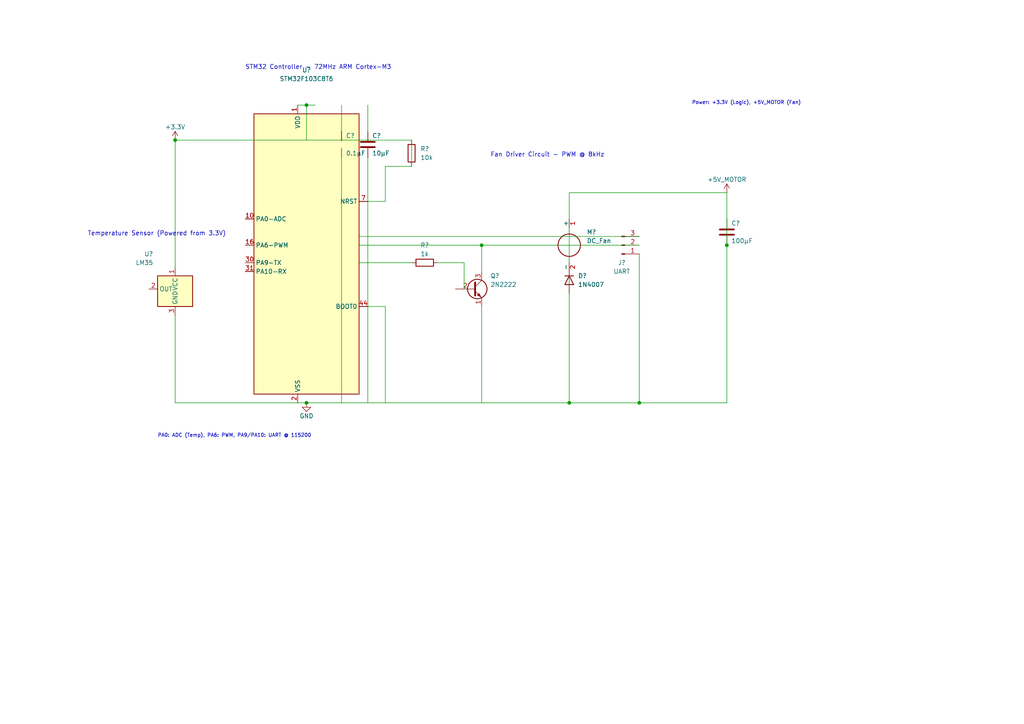
<source format=kicad_sch>
(kicad_sch (version 20250114) (generator "eeschema") (generator_version "9.0")
  (paper "A4")
  (title_block (title "STM32F103C8 Fan Control System - Rev 2.0") (date "2025-11-07") (rev "2.0") (company "Real-Time Systems Project") (comment 1 "Temperature-controlled DC fan using PWM") (comment 2 "LM35 powered from 3.3V - Proper electrical design") (comment 3 "Decoupling caps, NRST pull-up, BOOT0 grounded") (comment 4 "UART header, +5V_MOTOR isolated rail"))
  (lib_symbols
    (symbol "Connector:Conn_01x03_Pin" (pin_names (offset 1.016) (hide yes))
      (property "Reference" "J" (at 0 5.08 0))
      (property "Value" "UART" (at 0 -5.08 0))
      (symbol "Conn_01x03_Pin_1_1"
        (rectangle (start 0.8636 2.667) (end 0 2.413) (stroke (width 0.1524)) (fill (type outline)))
        (rectangle (start 0.8636 0.127) (end 0 -0.127) (stroke (width 0.1524)) (fill (type outline)))
        (rectangle (start 0.8636 -2.413) (end 0 -2.667) (stroke (width 0.1524)) (fill (type outline)))
        (polyline (pts (xy 1.27 2.54) (xy 0.8636 2.54)) (stroke (width 0.1524)))
        (polyline (pts (xy 1.27 0) (xy 0.8636 0)) (stroke (width 0.1524)))
        (polyline (pts (xy 1.27 -2.54) (xy 0.8636 -2.54)) (stroke (width 0.1524)))
        (pin passive line (at 5.08 2.54 180) (length 3.81) (name "Pin_1") (number "1"))
        (pin passive line (at 5.08 0 180) (length 3.81) (name "Pin_2") (number "2"))
        (pin passive line (at 5.08 -2.54 180) (length 3.81) (name "Pin_3") (number "3"))
      )
    )
    (symbol "Device:C" (pin_numbers (hide yes)) (pin_names (offset 0.254))
      (property "Reference" "C" (at 0.635 2.54 0))
      (property "Value" "C" (at 0.635 -2.54 0))
      (symbol "C_0_1"
        (polyline (pts (xy -2.032 0.762) (xy 2.032 0.762)) (stroke (width 0.508)))
        (polyline (pts (xy -2.032 -0.762) (xy 2.032 -0.762)) (stroke (width 0.508)))
      )
      (symbol "C_1_1"
        (pin passive line (at 0 3.81 270) (length 2.794) (name "~") (number "1"))
        (pin passive line (at 0 -3.81 90) (length 2.794) (name "~") (number "2"))
      )
    )
    (symbol "Device:R" (pin_numbers (hide yes)) (pin_names (offset 0))
      (property "Reference" "R" (at 2.032 0 90))
      (property "Value" "R" (at 0 0 90))
      (symbol "R_0_1"
        (rectangle (start -1.016 -2.54) (end 1.016 2.54) (stroke (width 0.254)))
      )
      (symbol "R_1_1"
        (pin passive line (at 0 3.81 270) (length 1.27) (name "~") (number "1"))
        (pin passive line (at 0 -3.81 90) (length 1.27) (name "~") (number "2"))
      )
    )
    (symbol "Diode:1N4007" (pin_numbers (hide yes)) (pin_names (offset 1.016) (hide yes))
      (property "Reference" "D" (at 0 2.54 0))
      (property "Value" "1N4007" (at 0 -2.54 0))
      (symbol "1N4007_0_1"
        (polyline (pts (xy -1.27 1.27) (xy -1.27 -1.27)) (stroke (width 0.254)))
        (polyline (pts (xy 1.27 1.27) (xy 1.27 -1.27) (xy -1.27 0) (xy 1.27 1.27)) (stroke (width 0.254)))
        (polyline (pts (xy 1.27 0) (xy -1.27 0)))
      )
      (symbol "1N4007_1_1"
        (pin passive line (at -3.81 0 0) (length 2.54) (name "K") (number "1"))
        (pin passive line (at 3.81 0 180) (length 2.54) (name "A") (number "2"))
      )
    )
    (symbol "MCU_ST_STM32F1:STM32F103C8Tx"
      (property "Reference" "U1" (at 0 2.54 0))
      (property "Value" "STM32F103C8T6" (at 0 0 0))
      (symbol "STM32F103C8Tx_0_1"
        (rectangle (start -15.24 40.64) (end 15.24 -40.64) (stroke (width 0.254)) (fill (type background)))
      )
      (symbol "STM32F103C8Tx_1_1"
        (pin bidirectional line (at -17.78 10.16 0) (length 2.54) (name "PA0-ADC") (number "10"))
        (pin bidirectional line (at -17.78 2.54 0) (length 2.54) (name "PA6-PWM") (number "16"))
        (pin bidirectional line (at -17.78 -2.54 0) (length 2.54) (name "PA9-TX") (number "30"))
        (pin bidirectional line (at -17.78 -5.08 0) (length 2.54) (name "PA10-RX") (number "31"))
        (pin power_in line (at -2.54 43.18 270) (length 2.54) (name "VDD") (number "1"))
        (pin power_in line (at -2.54 -43.18 90) (length 2.54) (name "VSS") (number "2"))
        (pin input line (at 17.78 15.24 180) (length 2.54) (name "NRST") (number "7"))
        (pin input line (at 17.78 -15.24 180) (length 2.54) (name "BOOT0") (number "44"))
      )
    )
    (symbol "Motor:Motor_DC" (pin_names (offset 0))
      (property "Reference" "M1" (at 2.54 3.81 0))
      (property "Value" "DC_Fan" (at 2.54 1.905 0))
      (symbol "Motor_DC_0_1"
        (polyline (pts (xy 0 5.08) (xy 0 3.2)))
        (circle (center 0 0) (radius 3.2512) (stroke (width 0.254)))
        (polyline (pts (xy 0 -5.08) (xy 0 -3.2)))
      )
      (symbol "Motor_DC_1_1"
        (pin passive line (at 0 7.62 270) (length 2.54) (name "+") (number "1"))
        (pin passive line (at 0 -7.62 90) (length 2.54) (name "-") (number "2"))
      )
    )
    (symbol "Sensor_Temperature:LM35"
      (property "Reference" "U2" (at 0 5.08 0))
      (property "Value" "LM35" (at 0 2.54 0))
      (symbol "LM35_0_1"
        (rectangle (start -5.08 1.27) (end 5.08 -7.62) (stroke (width 0.254)) (fill (type background)))
      )
      (symbol "LM35_1_1"
        (pin power_in line (at 0 3.81 270) (length 2.54) (name "VCC") (number "1"))
        (pin power_in line (at 0 -10.16 90) (length 2.54) (name "GND") (number "3"))
        (pin output line (at 7.62 -2.54 180) (length 2.54) (name "OUT") (number "2"))
      )
    )
    (symbol "Transistor_BJT:2N2222" (pin_names (offset 0) (hide yes))
      (property "Reference" "Q1" (at 5.08 1.905 0))
      (property "Value" "2N2222" (at 5.08 0 0))
      (symbol "2N2222_0_1"
        (polyline (pts (xy 0.635 1.905) (xy 0.635 -1.905) (xy 0.635 -1.905)) (stroke (width 0.508)))
        (polyline (pts (xy 0.635 0.635) (xy 2.54 2.54)))
        (polyline (pts (xy 0.635 -0.635) (xy 2.54 -2.54) (xy 2.54 -2.54)))
        (circle (center 1.27 0) (radius 2.8194) (stroke (width 0.254)))
        (polyline (pts (xy 1.27 -1.778) (xy 1.778 -1.27) (xy 2.286 -2.286) (xy 1.27 -1.778) (xy 1.27 -1.778)) (fill (type outline)))
      )
      (symbol "2N2222_1_1"
        (pin input line (at -5.08 0 0) (length 5.715) (name "B") (number "2"))
        (pin passive line (at 2.54 5.08 270) (length 2.54) (name "C") (number "3"))
        (pin passive line (at 2.54 -5.08 90) (length 2.54) (name "E") (number "1"))
      )
    )
    (symbol "power:+3.3V" (power) (pin_names (offset 0))
      (property "Value" "+3.3V" (at 0 3.556 0))
      (symbol "+3.3V_0_1"
        (polyline (pts (xy -0.762 1.27) (xy 0 2.54)))
        (polyline (pts (xy 0 2.54) (xy 0.762 1.27)))
        (polyline (pts (xy 0 0) (xy 0 2.54)))
      )
      (symbol "+3.3V_1_1"
        (pin power_in line (at 0 0 90) (length 0) (hide yes) (name "+3.3V") (number "1"))
      )
    )
    (symbol "power:+5V_MOTOR" (power) (pin_names (offset 0))
      (property "Value" "+5V_MOTOR" (at 0 3.556 0))
      (symbol "+5V_MOTOR_0_1"
        (polyline (pts (xy -0.762 1.27) (xy 0 2.54)))
        (polyline (pts (xy 0 2.54) (xy 0.762 1.27)))
        (polyline (pts (xy 0 0) (xy 0 2.54)))
      )
      (symbol "+5V_MOTOR_1_1"
        (pin power_in line (at 0 0 90) (length 0) (hide yes) (name "+5V_MOTOR") (number "1"))
      )
    )
    (symbol "power:GND" (power) (pin_names (offset 0))
      (property "Value" "GND" (at 0 -3.81 0))
      (symbol "GND_0_1"
        (polyline (pts (xy 0 0) (xy 0 -1.27) (xy 1.27 -1.27) (xy 0 -2.54) (xy -1.27 -1.27) (xy 0 -1.27)))
      )
      (symbol "GND_1_1"
        (pin power_in line (at 0 0 270) (length 0) (hide yes) (name "GND") (number "1"))
      )
    )
  )
  (text "Temperature Sensor (Powered from 3.3V)" (at 25.4 68.58 0) (effects (font (size 1.27 1.27)) (justify left bottom)))
  (text "STM32 Controller - 72MHz ARM Cortex-M3" (at 71.12 20.32 0) (effects (font (size 1.27 1.27)) (justify left bottom)))
  (text "Fan Driver Circuit - PWM @ 8kHz" (at 142.24 45.72 0) (effects (font (size 1.27 1.27)) (justify left bottom)))
  (text "PA0: ADC (Temp), PA6: PWM, PA9/PA10: UART @ 115200" (at 45.72 127 0) (effects (font (size 1.016 1.016)) (justify left bottom)))
  (text "Power: +3.3V (Logic), +5V_MOTOR (Fan)" (at 200.66 30.48 0) (effects (font (size 1.016 1.016)) (justify left bottom)))
  (junction (at 165.1 116.84))
  (junction (at 210.82 71.12))
  (junction (at 88.9 116.84))
  (junction (at 88.9 30.48))
  (junction (at 50.8 40.64))
  (junction (at 139.7 71.12))
  (junction (at 185.42 116.84))
  (wire (pts (xy 165.1 55.88) (xy 210.82 55.88)))
  (wire (pts (xy 88.9 30.48) (xy 91.44 30.48)))
  (wire (pts (xy 134.62 76.2) (xy 134.62 83.82)))
  (wire (pts (xy 111.76 88.9) (xy 111.76 116.84)))
  (wire (pts (xy 104.14 71.12) (xy 139.7 71.12)))
  (wire (pts (xy 119.38 48.26) (xy 119.38 40.64)))
  (wire (pts (xy 50.8 40.64) (xy 88.9 40.64)))
  (wire (pts (xy 88.9 116.84) (xy 165.1 116.84)))
  (wire (pts (xy 99.06 40.64) (xy 106.68 40.64)))
  (wire (pts (xy 165.1 55.88) (xy 165.1 76.2)))
  (wire (pts (xy 139.7 71.12) (xy 185.42 71.12)))
  (wire (pts (xy 106.68 58.42) (xy 111.76 58.42)))
  (wire (pts (xy 185.42 116.84) (xy 210.82 116.84)))
  (wire (pts (xy 50.8 40.64) (xy 50.8 77.47)))
  (wire (pts (xy 106.68 30.48) (xy 106.68 40.64)))
  (wire (pts (xy 86.36 30.48) (xy 88.9 30.48)))
  (wire (pts (xy 165.1 85.09) (xy 165.1 116.84)))
  (wire (pts (xy 111.76 48.26) (xy 119.38 48.26)))
  (wire (pts (xy 185.42 73.66) (xy 185.42 116.84)))
  (wire (pts (xy 127 76.2) (xy 134.62 76.2)))
  (wire (pts (xy 106.68 40.64) (xy 119.38 40.64)))
  (wire (pts (xy 210.82 71.12) (xy 210.82 116.84)))
  (wire (pts (xy 88.9 30.48) (xy 88.9 40.64)))
  (wire (pts (xy 104.14 76.2) (xy 119.38 76.2)))
  (wire (pts (xy 165.1 116.84) (xy 185.42 116.84)))
  (wire (pts (xy 210.82 63.5) (xy 210.82 71.12)))
  (wire (pts (xy 210.82 55.88) (xy 210.82 63.5)))
  (wire (pts (xy 50.8 116.84) (xy 88.9 116.84)))
  (wire (pts (xy 111.76 58.42) (xy 111.76 48.26)))
  (wire (pts (xy 88.9 40.64) (xy 99.06 40.64)))
  (wire (pts (xy 139.7 88.9) (xy 139.7 116.84)))
  (wire (pts (xy 99.06 30.48) (xy 99.06 40.64)))
  (wire (pts (xy 104.14 68.58) (xy 185.42 68.58)))
  (wire (pts (xy 50.8 91.44) (xy 50.8 116.84)))
  (wire (pts (xy 139.7 71.12) (xy 139.7 78.74)))
  (wire (pts (xy 165.1 85.09) (xy 165.1 78.74)))
  (wire (pts (xy 99.06 45.72) (xy 99.06 116.84)))
  (wire (pts (xy 106.68 45.72) (xy 106.68 116.84)))
  (wire (pts (xy 106.68 88.9) (xy 111.76 88.9)))
  (symbol (lib_id "Device:C") (at 106.68 41.91 0) (unit 1)
    (property "Reference" "C?" (at 107.95 39.37 0) (effects (justify left)))
    (property "Value" "10µF" (at 107.95 44.45 0) (effects (justify left)))
    (property "Footprint" "Capacitor_THT:CP_Radial_D5.0mm_P2.50mm" (effects (hide yes)))
  )
  (symbol (lib_id "Diode:1N4007") (at 165.1 81.28 270) (unit 1)
    (property "Reference" "D?" (at 167.64 80.01 90) (effects (justify left)))
    (property "Value" "1N4007" (at 167.64 82.55 90) (effects (justify left)))
    (property "Footprint" "Diode_THT:D_DO-41_SOD81_P10.16mm_Horizontal" (effects (hide yes)))
  )
  (symbol (lib_id "MCU_ST_STM32F1:STM32F103C8Tx") (at 88.9 73.66 0) (unit 1)
    (property "Reference" "U?" (at 88.9 20.32 0))
    (property "Value" "STM32F103C8T6" (at 88.9 22.86 0))
    (property "Footprint" "Package_QFP:LQFP-48_7x7mm_P0.5mm" (effects (hide yes)))
  )
  (symbol (lib_id "power:GND") (at 88.9 116.84 0) (unit 1)
    (property "Reference" "#PWR?" (effects (hide yes)))
    (property "Value" "GND" (at 88.9 120.65 0))
  )
  (symbol (lib_id "Transistor_BJT:2N2222") (at 137.16 83.82 0) (unit 1)
    (property "Reference" "Q?" (at 142.24 80.01 0) (effects (justify left)))
    (property "Value" "2N2222" (at 142.24 82.55 0) (effects (justify left)))
    (property "Footprint" "Package_TO_SOT_THT:TO-92_Inline" (effects (hide yes)))
  )
  (symbol (lib_id "Device:C") (at 210.82 67.31 0) (unit 1)
    (property "Reference" "C?" (at 212.09 64.77 0) (effects (justify left)))
    (property "Value" "100µF" (at 212.09 69.85 0) (effects (justify left)))
    (property "Footprint" "Capacitor_THT:CP_Radial_D6.3mm_P2.50mm" (effects (hide yes)))
  )
  (symbol (lib_id "power:+3.3V") (at 50.8 40.64 0) (unit 1)
    (property "Reference" "#PWR?" (effects (hide yes)))
    (property "Value" "+3.3V" (at 50.8 36.83 0))
  )
  (symbol (lib_id "Device:C") (at 99.06 41.91 0) (unit 1)
    (property "Reference" "C?" (at 100.33 39.37 0) (effects (justify left)))
    (property "Value" "0.1µF" (at 100.33 44.45 0) (effects (justify left)))
    (property "Footprint" "Capacitor_THT:C_Disc_D5.0mm_W2.5mm_P5.00mm" (effects (hide yes)))
  )
  (symbol (lib_id "Device:R") (at 119.38 44.45 0) (unit 1)
    (property "Reference" "R?" (at 121.92 43.18 0) (effects (justify left)))
    (property "Value" "10k" (at 121.92 45.72 0) (effects (justify left)))
    (property "Footprint" "Resistor_THT:R_Axial_DIN0207_L6.3mm_D2.5mm_P10.16mm_Horizontal" (effects (hide yes)))
  )
  (symbol (lib_id "power:+5V_MOTOR") (at 210.82 55.88 0) (unit 1)
    (property "Reference" "#PWR?" (effects (hide yes)))
    (property "Value" "+5V_MOTOR" (at 210.82 52.07 0))
  )
  (symbol (lib_id "Sensor_Temperature:LM35") (at 50.8 81.28 0) (mirror y) (unit 1)
    (property "Reference" "U?" (at 44.45 73.66 0) (effects (justify left)))
    (property "Value" "LM35" (at 44.45 76.2 0) (effects (justify left)))
    (property "Footprint" "Package_TO_SOT_THT:TO-92_Inline" (effects (hide yes)))
  )
  (symbol (lib_id "Connector:Conn_01x03_Pin") (at 180.34 71.12 0) (mirror x) (unit 1)
    (property "Reference" "J?" (at 180.34 76.2 0))
    (property "Value" "UART" (at 180.34 78.74 0))
    (property "Footprint" "Connector_PinHeader_2.54mm:PinHeader_1x03_P2.54mm_Vertical" (effects (hide yes)))
  )
  (symbol (lib_id "Motor:Motor_DC") (at 165.1 71.12 0) (unit 1)
    (property "Reference" "M?" (at 170.18 67.31 0) (effects (justify left)))
    (property "Value" "DC_Fan" (at 170.18 69.85 0) (effects (justify left)))
  )
  (symbol (lib_id "Device:R") (at 123.19 76.2 90) (unit 1)
    (property "Reference" "R?" (at 123.19 71.12 90))
    (property "Value" "1k" (at 123.19 73.66 90))
    (property "Footprint" "Resistor_THT:R_Axial_DIN0207_L6.3mm_D2.5mm_P10.16mm_Horizontal" (effects (hide yes)))
  )
)
</source>
